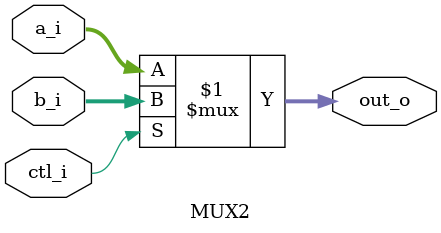
<source format=v>
module MUX2 
(
    input [31:0] a_i,
    input [31:0] b_i,
    input ctl_i,
    output [31:0] out_o
);

assign out_o = ctl_i ? b_i : a_i;

endmodule
</source>
